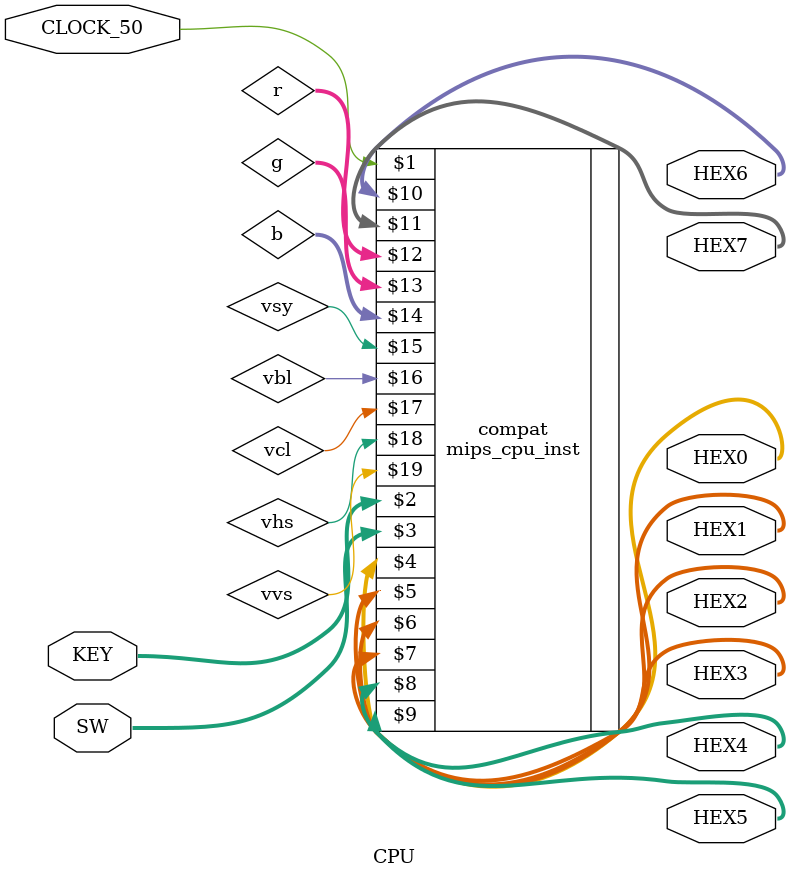
<source format=v>
module CPU (
		input CLOCK_50,
		input [3:0] KEY,
		input [17:0] SW,
		output [6:0] HEX0,
		output [6:0] HEX1,
		output [6:0] HEX2,
		output [6:0] HEX3,
		output [6:0] HEX4,
		output [6:0] HEX5,
		output [6:0] HEX6,
		output [6:0] HEX7);

wire [7:0] r, g, b;
wire vsy, vbl, vcl, vhs, vvs;

mips_cpu_inst compat (CLOCK_50, KEY, SW,
		HEX0, HEX1, HEX2, HEX3, HEX4, HEX5, HEX6, HEX7,
		r, g, b, vsy, vbl, vcl, vhs, vvs);

endmodule
</source>
